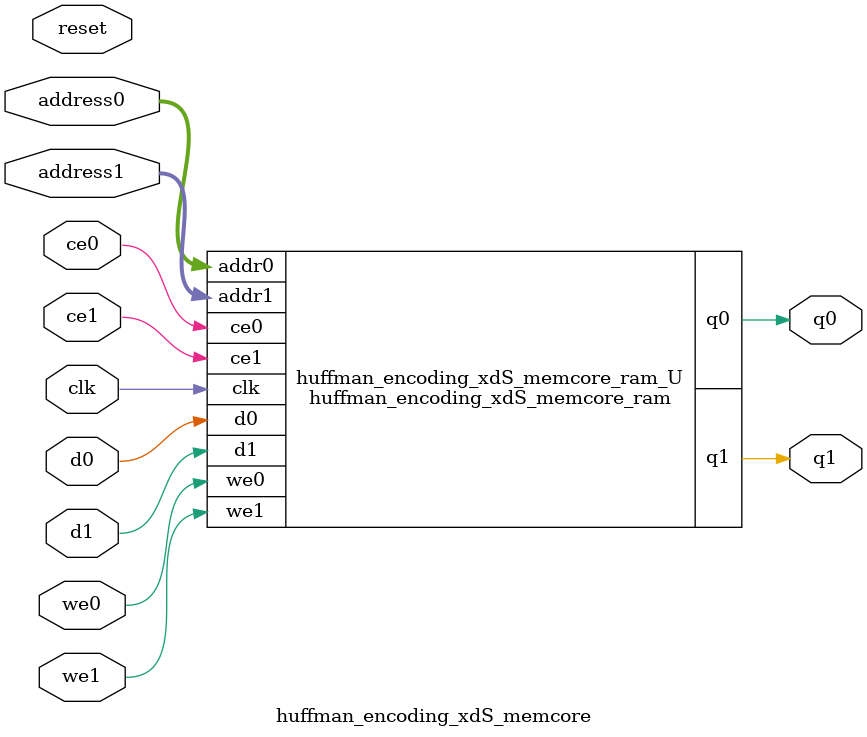
<source format=v>
`timescale 1 ns / 1 ps
module huffman_encoding_xdS_memcore_ram (addr0, ce0, d0, we0, q0, addr1, ce1, d1, we1, q1,  clk);

parameter DWIDTH = 1;
parameter AWIDTH = 9;
parameter MEM_SIZE = 512;

input[AWIDTH-1:0] addr0;
input ce0;
input[DWIDTH-1:0] d0;
input we0;
output reg[DWIDTH-1:0] q0;
input[AWIDTH-1:0] addr1;
input ce1;
input[DWIDTH-1:0] d1;
input we1;
output reg[DWIDTH-1:0] q1;
input clk;

(* ram_style = "distributed" *)reg [DWIDTH-1:0] ram[0:MEM_SIZE-1];




always @(posedge clk)  
begin 
    if (ce0) begin
        if (we0) 
            ram[addr0] <= d0; 
        q0 <= ram[addr0];
    end
end


always @(posedge clk)  
begin 
    if (ce1) begin
        if (we1) 
            ram[addr1] <= d1; 
        q1 <= ram[addr1];
    end
end


endmodule

`timescale 1 ns / 1 ps
module huffman_encoding_xdS_memcore(
    reset,
    clk,
    address0,
    ce0,
    we0,
    d0,
    q0,
    address1,
    ce1,
    we1,
    d1,
    q1);

parameter DataWidth = 32'd1;
parameter AddressRange = 32'd512;
parameter AddressWidth = 32'd9;
input reset;
input clk;
input[AddressWidth - 1:0] address0;
input ce0;
input we0;
input[DataWidth - 1:0] d0;
output[DataWidth - 1:0] q0;
input[AddressWidth - 1:0] address1;
input ce1;
input we1;
input[DataWidth - 1:0] d1;
output[DataWidth - 1:0] q1;



huffman_encoding_xdS_memcore_ram huffman_encoding_xdS_memcore_ram_U(
    .clk( clk ),
    .addr0( address0 ),
    .ce0( ce0 ),
    .we0( we0 ),
    .d0( d0 ),
    .q0( q0 ),
    .addr1( address1 ),
    .ce1( ce1 ),
    .we1( we1 ),
    .d1( d1 ),
    .q1( q1 ));

endmodule


</source>
